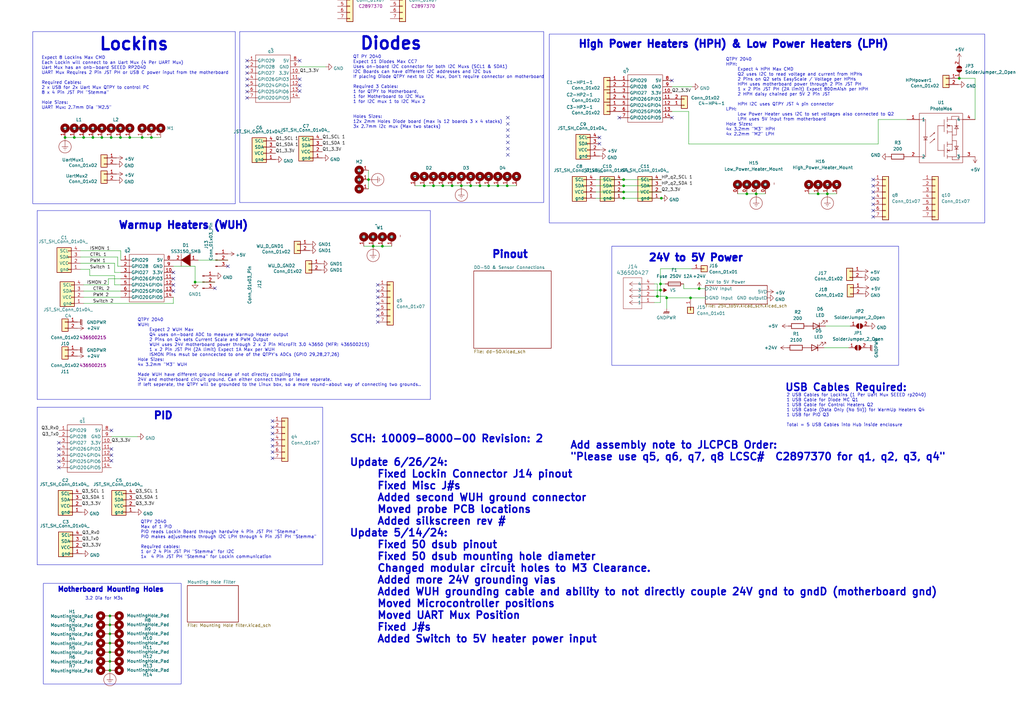
<source format=kicad_sch>
(kicad_sch (version 20231120) (generator "eeschema") (generator_version "8.0")
  (paper "A3")
  (junction (at 306.324 79.502))
  (junction (at 185.42 76.2))
  (junction (at 271.272 81.28))
  (junction (at 45.085 263.779))
  (junction (at 270.891 118.999))
  (junction (at 26.67 56.388))
  (junction (at 30.48 56.388))
  (junction (at 53.213 56.388))
  (junction (at 196.85 76.2))
  (junction (at 45.593 56.388))
  (junction (at 204.216 76.2))
  (junction (at 310.134 79.502))
  (junction (at 208.026 76.2))
  (junction (at 286.766 118.364))
  (junction (at 173.99 76.2))
  (junction (at 45.085 256.286))
  (junction (at 269.621 121.539))
  (junction (at 255.778 73.66))
  (junction (at 339.344 79.502))
  (junction (at 181.61 76.2))
  (junction (at 200.406 76.2))
  (junction (at 193.04 76.2))
  (junction (at 283.21 122.174))
  (junction (at 49.403 56.388))
  (junction (at 45.085 271.272))
  (junction (at 45.085 267.462))
  (junction (at 151.13 73.66))
  (junction (at 255.778 76.2))
  (junction (at 153.035 100.965))
  (junction (at 45.085 259.969))
  (junction (at 34.29 56.388))
  (junction (at 156.845 100.965))
  (junction (at 41.783 56.388))
  (junction (at 38.1 56.388))
  (junction (at 45.085 252.603))
  (junction (at 335.534 79.502))
  (junction (at 393.446 32.131))
  (junction (at 177.8 76.2))
  (junction (at 270.891 116.459))
  (junction (at 80.01 115.697))
  (junction (at 189.23 76.2))
  (junction (at 255.778 78.74))
  (junction (at 45.085 274.955))
  (junction (at 58.293 56.388))
  (junction (at 273.431 122.174))
  (junction (at 62.103 56.388))
  (junction (at 255.778 81.28))
  (no_connect (at 122.936 35.052))
  (no_connect (at 71.12 111.76))
  (no_connect (at 101.346 40.132))
  (no_connect (at 24.13 186.69))
  (no_connect (at 101.346 37.592))
  (no_connect (at 111.76 182.88))
  (no_connect (at 111.76 180.34))
  (no_connect (at 45.72 176.53))
  (no_connect (at 111.76 172.72))
  (no_connect (at 24.13 181.61))
  (no_connect (at 71.12 119.38))
  (no_connect (at 122.936 32.512))
  (no_connect (at 358.14 73.66))
  (no_connect (at 154.94 132.08))
  (no_connect (at 358.14 76.2))
  (no_connect (at 154.94 116.84))
  (no_connect (at 245.872 56.388))
  (no_connect (at 101.346 24.892))
  (no_connect (at 358.14 81.28))
  (no_connect (at 208.28 58.42))
  (no_connect (at 154.94 121.92))
  (no_connect (at 275.59 33.02))
  (no_connect (at 88.138 118.237))
  (no_connect (at 208.28 55.88))
  (no_connect (at 154.94 129.54))
  (no_connect (at 358.14 88.9))
  (no_connect (at 45.72 186.69))
  (no_connect (at 93.472 109.22))
  (no_connect (at 208.28 48.26))
  (no_connect (at 45.72 188.976))
  (no_connect (at 208.28 53.34))
  (no_connect (at 111.76 187.96))
  (no_connect (at 154.94 127))
  (no_connect (at 24.13 191.77))
  (no_connect (at 358.14 86.36))
  (no_connect (at 275.59 48.26))
  (no_connect (at 122.936 24.892))
  (no_connect (at 45.72 184.15))
  (no_connect (at 358.14 78.74))
  (no_connect (at 208.28 63.5))
  (no_connect (at 154.94 119.38))
  (no_connect (at 122.936 37.338))
  (no_connect (at 154.94 124.46))
  (no_connect (at 24.13 184.15))
  (no_connect (at 101.346 35.052))
  (no_connect (at 254 48.26))
  (no_connect (at 71.12 116.84))
  (no_connect (at 101.346 32.512))
  (no_connect (at 24.13 189.23))
  (no_connect (at 111.76 177.8))
  (no_connect (at 358.14 83.82))
  (no_connect (at 71.12 114.3))
  (no_connect (at 101.346 27.432))
  (no_connect (at 101.346 29.972))
  (no_connect (at 111.76 185.42))
  (no_connect (at 245.872 58.928))
  (no_connect (at 208.28 60.96))
  (no_connect (at 111.76 175.26))
  (no_connect (at 208.28 50.8))
  (wire (pts (xy 393.065 32.131) (xy 393.446 32.131)))
  (wire (pts (xy 49.53 116.84) (xy 46.99 116.84)))
  (wire (pts (xy 46.99 107.95) (xy 46.99 111.76)))
  (wire (pts (xy 273.431 122.174) (xy 283.21 122.174)))
  (wire (pts (xy 270.891 116.459) (xy 270.891 110.236)))
  (wire (pts (xy 255.778 73.66) (xy 271.272 73.66)))
  (wire (pts (xy 360.172 49.022) (xy 371.983 49.022)))
  (wire (pts (xy 189.23 76.2) (xy 193.04 76.2)))
  (wire (pts (xy 302.514 79.502) (xy 306.324 79.502)))
  (wire (pts (xy 270.891 116.459) (xy 270.891 118.999)))
  (wire (pts (xy 310.134 79.502) (xy 313.944 79.502)))
  (wire (pts (xy 153.035 100.965) (xy 156.845 100.965)))
  (wire (pts (xy 268.351 116.459) (xy 269.621 116.459)))
  (wire (pts (xy 270.891 116.459) (xy 272.796 116.459)))
  (wire (pts (xy 122.936 27.432) (xy 133.604 27.432)))
  (wire (pts (xy 177.8 76.2) (xy 181.61 76.2)))
  (wire (pts (xy 46.99 116.84) (xy 46.99 113.03)))
  (wire (pts (xy 49.403 56.388) (xy 45.593 56.388)))
  (wire (pts (xy 273.431 122.174) (xy 273.431 126.619)))
  (wire (pts (xy 273.431 122.174) (xy 273.431 121.539)))
  (wire (pts (xy 45.085 252.603) (xy 45.085 256.286)))
  (wire (pts (xy 255.778 76.2) (xy 271.272 76.2)))
  (wire (pts (xy 151.13 73.66) (xy 151.13 77.47)))
  (wire (pts (xy 34.29 56.388) (xy 38.1 56.388)))
  (wire (pts (xy 270.891 118.999) (xy 270.891 124.079)))
  (wire (pts (xy 283.21 122.174) (xy 289.306 122.174)))
  (wire (pts (xy 399.923 32.131) (xy 399.923 49.022)))
  (wire (pts (xy 45.085 259.969) (xy 45.085 263.779)))
  (wire (pts (xy 338.582 133.731) (xy 348.742 133.731)))
  (wire (pts (xy 34.29 124.46) (xy 71.12 124.46)))
  (wire (pts (xy 185.42 76.2) (xy 189.23 76.2)))
  (wire (pts (xy 80.01 109.22) (xy 80.01 115.697)))
  (wire (pts (xy 41.783 56.388) (xy 45.593 56.388)))
  (wire (pts (xy 45.085 271.272) (xy 45.085 274.955)))
  (wire (pts (xy 270.891 124.079) (xy 268.351 124.079)))
  (wire (pts (xy 80.01 115.697) (xy 88.138 115.697)))
  (wire (pts (xy 53.213 56.388) (xy 58.293 56.388)))
  (wire (pts (xy 204.216 76.2) (xy 208.026 76.2)))
  (wire (pts (xy 81.28 106.68) (xy 93.472 106.68)))
  (wire (pts (xy 337.947 142.621) (xy 348.107 142.621)))
  (wire (pts (xy 149.225 100.965) (xy 153.035 100.965)))
  (wire (pts (xy 282.448 45.72) (xy 282.448 59.055)))
  (wire (pts (xy 255.778 78.74) (xy 271.272 78.74)))
  (wire (pts (xy 33.02 102.87) (xy 49.53 102.87)))
  (wire (pts (xy 71.12 124.46) (xy 71.12 121.92)))
  (wire (pts (xy 36.83 113.03) (xy 36.83 110.49)))
  (wire (pts (xy 280.416 118.364) (xy 286.766 118.364)))
  (wire (pts (xy 46.99 113.03) (xy 36.83 113.03)))
  (wire (pts (xy 151.13 69.85) (xy 151.13 73.66)))
  (wire (pts (xy 393.446 32.131) (xy 399.923 32.131)))
  (wire (pts (xy 244.348 78.74) (xy 255.778 78.74)))
  (wire (pts (xy 360.172 59.055) (xy 360.172 49.022)))
  (wire (pts (xy 255.778 81.28) (xy 271.272 81.28)))
  (wire (pts (xy 38.1 56.388) (xy 41.783 56.388)))
  (wire (pts (xy 45.085 267.462) (xy 45.085 263.779)))
  (wire (pts (xy 269.621 116.459) (xy 269.621 121.539)))
  (wire (pts (xy 268.351 121.539) (xy 269.621 121.539)))
  (wire (pts (xy 44.45 114.3) (xy 49.53 114.3)))
  (wire (pts (xy 58.293 56.388) (xy 62.103 56.388)))
  (wire (pts (xy 48.26 109.22) (xy 49.53 109.22)))
  (wire (pts (xy 275.59 35.56) (xy 283.845 35.56)))
  (wire (pts (xy 282.448 59.055) (xy 360.172 59.055)))
  (wire (pts (xy 34.29 121.92) (xy 49.53 121.92)))
  (wire (pts (xy 181.61 76.2) (xy 185.42 76.2)))
  (wire (pts (xy 45.085 271.272) (xy 45.085 267.462)))
  (wire (pts (xy 33.02 107.95) (xy 46.99 107.95)))
  (wire (pts (xy 275.59 45.72) (xy 282.448 45.72)))
  (wire (pts (xy 244.348 73.66) (xy 255.778 73.66)))
  (wire (pts (xy 62.103 56.388) (xy 65.913 56.388)))
  (wire (pts (xy 26.67 56.388) (xy 30.48 56.388)))
  (wire (pts (xy 33.02 110.49) (xy 36.83 110.49)))
  (wire (pts (xy 244.348 81.28) (xy 255.778 81.28)))
  (wire (pts (xy 339.344 79.502) (xy 343.154 79.502)))
  (wire (pts (xy 244.348 76.2) (xy 255.778 76.2)))
  (wire (pts (xy 270.891 110.236) (xy 283.718 110.236)))
  (wire (pts (xy 44.45 114.3) (xy 44.45 116.84)))
  (wire (pts (xy 53.213 56.388) (xy 49.403 56.388)))
  (wire (pts (xy 269.621 121.539) (xy 273.431 121.539)))
  (wire (pts (xy 49.53 102.87) (xy 49.53 106.68)))
  (wire (pts (xy 48.26 105.41) (xy 48.26 109.22)))
  (wire (pts (xy 45.085 256.286) (xy 45.085 259.969)))
  (wire (pts (xy 335.534 79.502) (xy 339.344 79.502)))
  (wire (pts (xy 268.351 118.999) (xy 270.891 118.999)))
  (wire (pts (xy 156.845 100.965) (xy 160.655 100.965)))
  (wire (pts (xy 208.026 76.2) (xy 211.836 76.2)))
  (wire (pts (xy 331.724 79.502) (xy 335.534 79.502)))
  (wire (pts (xy 34.29 116.84) (xy 44.45 116.84)))
  (wire (pts (xy 196.85 76.2) (xy 200.406 76.2)))
  (wire (pts (xy 30.48 56.388) (xy 34.29 56.388)))
  (wire (pts (xy 173.99 76.2) (xy 177.8 76.2)))
  (wire (pts (xy 193.04 76.2) (xy 196.85 76.2)))
  (wire (pts (xy 286.766 118.364) (xy 289.306 118.364)))
  (wire (pts (xy 306.324 79.502) (xy 310.134 79.502)))
  (wire (pts (xy 200.406 76.2) (xy 204.216 76.2)))
  (wire (pts (xy 280.416 116.459) (xy 280.416 118.364)))
  (wire (pts (xy 71.12 109.22) (xy 80.01 109.22)))
  (wire (pts (xy 33.02 105.41) (xy 48.26 105.41)))
  (wire (pts (xy 34.29 119.38) (xy 49.53 119.38)))
  (wire (pts (xy 45.72 179.07) (xy 56.388 179.07)))
  (wire (pts (xy 46.99 111.76) (xy 49.53 111.76)))
  (wire (pts (xy 170.18 76.2) (xy 173.99 76.2)))
  (rectangle (start 17.78 239.268) (end 74.295 280.543))
  (rectangle (start 15.24 167.005) (end 132.334 231.648))
  (rectangle (start 98.298 12.954) (end 223.012 83.058))
  (rectangle (start 15.24 86.36) (end 176.53 163.83))
  (rectangle (start 250.952 100.965) (end 368.554 149.86))
  (rectangle (start 225.298 13.97) (end 403.86 91.44))
  (rectangle (start 13.462 12.954) (end 96.52 83.566))
  (text "High Power Heaters (HPH) & Low Power Heaters (LPH)\n\n\n" (at 236.982 29.591 0) (effects (font (size 3 3) (thickness 1) (bold yes)) (justify left bottom)))
  (text "24V to 5V Power" (at 265.811 107.569 0) (effects (font (size 3 3) (thickness 1) (bold yes)) (justify left bottom)))
  (text "QT PY 2040\nExpect 11 Diodes Max CC7\nUses on-board I2C connector for both I2C Muxs (SCL1 & SDA1)\nI2C Boards can have different I2C addresses and I2C bus\nIf placing Diode QTPY next to I2C Mux, Don't require connector on motherboard\n\nRequired 3 Cables: \n1 for QTPY to Motherboard, \n1 for Motherboard to I2C Mux\n1 for I2C mux 1 to I2C Mux 2\n\n\nHoles Sizes:\n12x 2mm Holes Diode board (max is 12 boards 3 x 4 stacks)\n3x 2.7mm i2c mux (Max two stacks)\n\n\n\n\n" (at 144.78 60.96 0) (effects (font (size 1.27 1.27)) (justify left bottom)))
  (text "Diodes" (at 147.32 20.828 0) (effects (font (size 5 5) (thickness 1) (bold yes)) (justify left bottom)))
  (text "Lockins\n" (at 40.386 21.082 0) (effects (font (size 5 5) (thickness 1) (bold yes)) (justify left bottom)))
  (text "Expect 8 Lockins Max CMD\nEach Lockin will connect to an Uart Mux (4 Per UART Mux)\nUart Mux has an onb-board SEEED RP2040\nUART Mux Requires 2 Pin JST PH or USB C power input from the motherboard\n\nRequired Cables:\n2 x USB for 2x Uart Mux QTPY to control PC\n8 x 4 Pin JST PH \"Stemma\"\n\nHole Sizes:\nUART Mux: 2.7mm Dia \"M2.5\"\n" (at 17.018 44.958 0) (effects (font (size 1.27 1.27)) (justify left bottom)))
  (text "Warmup Heaters (WUH)\n" (at 48.387 94.234 0) (effects (font (size 3 3) (thickness 1) (bold yes)) (justify left bottom)))
  (text "QTPY 2040\nHPH:\n	Expect 4 HPH Max CMD\n	Q2 uses I2C to read voltage and current from HPHs\n	2 Pins on Q2 sets EasyScale / Voltage per HPHs\n	HPH uses motherboard power through 2 Pin JST PH\n	1 x 2 Pin JST PH (2A limit) Expect 800mAish per HPH \n	2 HPH daisy chained per 5V 2 Pin JST\n\n	HPH I2C uses QTPY JST 4 pin connector\nLPH:\n	Low Power Heater uses I2C to set voltages also connected to Q2\n	LPH uses 5V input from motherboard\nHole Sizes:\n4x 3.2mm \"M3\" HPH\n4x 2.2mm \"M2\" LPH" (at 297.688 55.88 0) (effects (font (size 1.27 1.27)) (justify left bottom)))
  (text "Pinout" (at 201.549 106.172 0) (effects (font (size 3 3) (thickness 1) (bold yes)) (justify left bottom)))
  (text "PID" (at 62.738 172.339 0) (effects (font (size 3 3) (thickness 1) (bold yes)) (justify left bottom)))
  (text "QTPY 2040\nMax of 1 PID\nPIO reads Lockin Board through hardwire 4 Pin JST PH \"Stemma\"\nPIO makes adjustments through I2C LPH through 4 Pin JST PH \"Stemma\"\n\nRequired cables:\n1 or 2 4 Pin JST PH \"Stemma\" for I2C\n1x  4 Pin JST PH \"Stemma\" for Lockin communication " (at 57.658 229.235 0) (effects (font (size 1.27 1.27)) (justify left bottom)))
  (text "USB Cables Required:" (at 321.818 160.782 0) (effects (font (size 3 3) (thickness 0.6) (bold yes)) (justify left bottom)))
  (text "Motherboard Mounting Holes\n\n" (at 23.495 246.253 0) (effects (font (size 2 2) (thickness 0.6) (bold yes)) (justify left bottom)))
  (text "Add assembly note to JLCPCB Order:\n\"Please use q5, q6, q7, q8 LCSC#  C2897370 for q1, q2, q3, q4\"" (at 233.68 189.23 0) (effects (font (size 3 3) (thickness 0.6) (bold yes)) (justify left bottom)))
  (text "SCH: 10009-8000-00 Revision: 2\n\nUpdate 6/26/24:\n	Fixed Lockin Connector J14 pinout\n	Fixed Misc J#s\n	Added second WUH ground connector\n	Moved probe PCB locations\n	Added silkscreen rev #\nUpdate 5/14/24:\n	Fixed 50 dsub pinout\n	Fixed 50 dsub mounting hole diameter\n	Changed modular circuit holes to M3 Clearance.\n	Added more 24V grounding vias\n	Added WUH grounding cable and ability to not directly couple 24V gnd to gndD (motherboard gnd)\n	Moved Microcontroller positions\n	Moved UART Mux Position\n	Fixed J#s\n	Added Switch to 5V heater power input" (at 143.256 263.906 0) (effects (font (size 3 3) (thickness 0.6) (bold yes)) (justify left bottom)))
  (text "QTPY 2040\nWUH:\n	Expect 2 WUH Max\n	Q4 uses on-board ADC to measure Warmup Heater output\n	2 Pins on Q4 sets Current Scale and PWM Output\n	WUH uses 24V motherboard power through 2 x 2 Pin MicroFit 3.0 43650 (MFR: 436500215)\n	1 x 2 Pin JST PH (2A limit) Expect 1A Max per WUH \n	ISMON Pins msut be conncected to one of the QTPY's ADCs (GPIO 29,28,27,26)\nHole Sizes:\n4x 3.2mm \"M3\" WUH\n\nMade WUH have different ground incase of not directly coupling the \n24V and motherboard circuit ground. Can either connect them or leave seperate.\nIf left seperate, the QTPY will be grounded to the Linux box, so a more round-about way of connecting two grounds.." (at 56.388 158.623 0) (effects (font (size 1.27 1.27)) (justify left bottom)))
  (text "3.2 Dia for M3s" (at 34.925 246.253 0) (effects (font (size 1.27 1.27)) (justify left bottom)))
  (text "2 USB Cables for Lockins (1 Per Uart Mux SEEED rp2040)\n1 USB Cable for Diode MC Q1\n1 USB Cable for Control Heaters Q2 \n1 USB Cable (Data Only (No 5V)) for WarmUp Heaters Q4\n1 USB for PIO Q3\n\nTotal = 5 USB Cables into Hub inside enclosure " (at 322.58 175.133 0) (effects (font (size 1.27 1.27)) (justify left bottom)))
  (label "Switch 1" (at 36.83 110.49 0))
  (label "Q3_3.3V" (at 33.528 207.518 0))
  (label "Q1_3.3V" (at 132.207 62.23 0))
  (label "HP_q2_SDA 1" (at 271.272 76.2 0))
  (label "CTRL 1" (at 36.83 105.41 0))
  (label "Q3_Rx0" (at 24.13 176.53 180))
  (label "ISMON 1" (at 36.83 102.87 0))
  (label "CTRL 2" (at 38.1 119.38 0))
  (label "Q1_3.3V" (at 113.03 62.865 0))
  (label "Q1_3.3V" (at 122.936 29.972 0))
  (label "Q1_SDA 1" (at 132.207 59.69 0))
  (label "Q3_Tx0" (at 24.13 179.07 180))
  (label "Q2_3.3V" (at 271.272 78.74 0))
  (label "Switch 2" (at 38.1 124.46 0))
  (label "Q3_3.3V" (at 33.655 224.536 0))
  (label "PWM 2" (at 38.1 121.92 0))
  (label "PWM 1" (at 36.83 107.95 0))
  (label "Q2_3.3V" (at 275.59 38.1 0))
  (label "Q3_SDA 1" (at 55.499 204.978 0))
  (label "Q3_3.3V" (at 45.72 181.61 0))
  (label "Q1_SCL 1" (at 132.207 57.15 0))
  (label "Q3_SCL 1" (at 33.528 202.438 0))
  (label "ISMON 2" (at 35.56 116.84 0))
  (label "HP_q2_SCL 1" (at 271.272 73.66 0))
  (label "Q3_SCL 1" (at 55.499 202.438 0))
  (label "Q1_SDA 1" (at 113.03 60.325 0))
  (label "Q3_SDA 1" (at 33.528 204.978 0))
  (label "Q3_Tx0" (at 33.655 221.996 0))
  (label "Q1_SCL 1" (at 113.03 57.785 0))
  (label "Q3_Rx0" (at 33.655 219.456 0))
  (label "Q3_3.3V" (at 55.499 207.518 0))
  (symbol (lib_id "power:GND") (at 33.655 227.076 90) (unit 1)
    (property "Reference" "#PWR0119" (effects (hide yes)))
    (property "Value" "GND" (at 36.83 227.711 90) (effects (justify right)))
  )
  (symbol (lib_name "0_mb_library:Diode_Mount") (lib_id "0_mb_library:Diode_Mount") (at 200.406 72.39 0) (unit 1)
    (property "Reference" "D4" (at 206.121 68.8919 0))
    (property "Value" "~" (at 200.406 72.39 0))
    (property "Footprint" "0_Motherboard_v1:Diode_Board" (effects (hide yes)))
  )
  (symbol (lib_id "0_mb_library:Low_Power_Heater_Mount") (at 308.229 75.692 0) (unit 1)
    (property "Reference" "H15" (at 309.0862 66.802 0))
    (property "Value" "Low_Power_Heater_Mount" (at 309.0862 69.342 0))
    (property "Footprint" "0_Motherboard_v1:Low_Power_Heater_Board" (effects (hide yes)))
  )
  (symbol (lib_id "Mechanical:MountingHole_Pad") (at 42.545 267.462 90) (unit 1)
    (property "Reference" "H5" (at 29.591 265.684 90))
    (property "Value" "MountingHole_Pad" (at 29.464 267.589 90))
    (property "Footprint" "0_Motherboard_v1:Slot_Mounting_Hole" (effects (hide yes)))
  )
  (symbol (lib_id "power:+5V") (at 245.872 61.468 270) (unit 1)
    (property "Reference" "#PWR0103" (effects (hide yes)))
    (property "Value" "+5V" (at 249.047 61.9018 90) (effects (justify left)))
  )
  (symbol (lib_id "Connector_Generic:Conn_01x02") (at 248.92 33.02 0) (mirror y) (unit 1)
    (property "Reference" "C1-HP1-1" (at 237.744 33.782 0))
    (property "Value" "Conn_01x02" (at 240.284 36.068 0))
    (property "Footprint" "Connector_JST:JST_PH_B2B-PH-K_1x02_P2.00mm_Vertical" (effects (hide yes)))
    (property "LCSC" "C2683610" (effects (hide yes)))
  )
  (symbol (lib_id "power:+5V") (at 353.568 111.252 270) (unit 1)
    (property "Reference" "#PWR0129" (effects (hide yes)))
    (property "Value" "+5V" (at 356.743 111.6858 90) (effects (justify left)))
  )
  (symbol (lib_id "0_mb_library:i2c_mux") (at 147.32 73.66 90) (unit 1)
    (property "Reference" "M2" (at 147.32 66.3519 90))
    (property "Value" "~" (at 147.32 73.66 0))
    (property "Footprint" "0_Motherboard_v1:i2c_Mux" (effects (hide yes)))
  )
  (symbol (lib_id "Connector_Generic:Conn_01x07") (at 165.1 0 0) (unit 1)
    (property "Reference" "q6" (at 167.64 -2.54 0) (effects (justify left)))
    (property "Value" "Conn_01x07" (at 167.64 0 0) (effects (justify left)))
    (property "Footprint" "Connector_PinSocket_2.54mm:PinSocket_1x07_P2.54mm_Vertical" (effects (hide yes)))
    (property "LCSC" " C2897370" (at 167.64 2.54 0) (effects (justify left)))
  )
  (symbol (lib_id "power:GND") (at 47.752 73.914 90) (unit 1)
    (property "Reference" "#PWR0140" (effects (hide yes)))
    (property "Value" "GND" (at 50.927 74.549 90) (effects (justify right)))
  )
  (symbol (lib_id "power:+24V") (at 31.75 146.05 270) (unit 1)
    (property "Reference" "#PWR0115" (effects (hide yes)))
    (property "Value" "+24V" (at 35.56 146.05 90) (effects (justify left)))
  )
  (symbol (lib_id "power:GNDPWR") (at 355.727 142.621 90) (unit 1)
    (property "Reference" "#PWR0131" (effects (hide yes)))
    (property "Value" "GNDPWR" (at 359.41 142.748 0))
  )
  (symbol (lib_id "Device:R") (at 326.517 142.621 90) (unit 1)
    (property "Reference" "R1" (at 326.517 136.906 90))
    (property "Value" "2100" (at 326.517 139.446 90))
    (property "Footprint" "Resistor_SMD:R_0402_1005Metric" (effects (hide yes)))
    (property "LCSC" "C2998067" (effects (hide yes)))
  )
  (symbol (lib_id "power:GND") (at 133.604 27.432 90) (unit 1)
    (property "Reference" "#PWR0143" (effects (hide yes)))
    (property "Value" "GND" (at 136.779 28.067 90) (effects (justify right)))
  )
  (symbol (lib_id "power:+24V") (at 322.707 142.621 90) (unit 1)
    (property "Reference" "#PWR0134" (effects (hide yes)))
    (property "Value" "+24V" (at 318.77 142.621 90) (effects (justify left)))
  )
  (symbol (lib_id "power:+5V") (at 47.752 71.374 270) (unit 1)
    (property "Reference" "#PWR0139" (effects (hide yes)))
    (property "Value" "+5V" (at 50.927 71.8078 90) (effects (justify left)))
  )
  (symbol (lib_id "Connector_Generic:Conn_01x07") (at 383.54 81.28 0) (unit 1)
    (property "Reference" "q10" (at 386.08 80.01 0) (effects (justify left)))
    (property "Value" "Conn_01x07" (at 386.08 82.55 0) (effects (justify left)))
    (property "Footprint" "Connector_PinSocket_2.54mm:PinSocket_1x07_P2.54mm_Vertical" (effects (hide yes)))
    (property "LCSC" " C2897370" (effects (hide yes)))
  )
  (symbol (lib_id "power:GNDPWR") (at 273.431 126.619 0) (unit 1)
    (property "Reference" "#PWR0123" (effects (hide yes)))
    (property "Value" "GNDPWR" (at 273.304 130.302 0))
  )
  (symbol (lib_id "Jumper:SolderJumper_2_Open") (at 393.446 28.321 90) (unit 1)
    (property "Reference" "JP3" (at 395.732 27.051 90) (effects (justify right)))
    (property "Value" "SolderJumper_2_Open" (at 395.732 29.591 90) (effects (justify right)))
    (property "Footprint" "Jumper:SolderJumper-2_P1.3mm_Open_RoundedPad1.0x1.5mm" (effects (hide yes)))
  )
  (symbol (lib_id "0_mb_library:JST_SH_Conn_01x04_") (at 27.94 107.95 180) (unit 1)
    (property "Reference" "C1" (at 26.289 97.4557 0))
    (property "Value" "JST_SH_Conn_01x04_" (at 25.908 99.06 0))
    (property "Footprint" "Connector_JST:JST_SH_BM04B-SRSS-TB_1x04-1MP_P1.00mm_Vertical" (effects (hide yes)))
    (property "LCSC" "C160390" (effects (hide yes)))
    (property "MPN" "A1001WR-S" (effects (hide yes)))
  )
  (symbol (lib_id "power:Earth_Protective") (at 310.134 79.502 0) (unit 1)
    (property "Reference" "#PWR0110" (effects (hide yes)))
    (property "Value" "Earth_Protective" (effects (hide yes)))
  )
  (symbol (lib_id "Device:R") (at 368.173 64.262 90) (unit 1)
    (property "Reference" "R3" (at 368.173 58.547 90))
    (property "Value" "200" (at 368.173 61.087 90))
    (property "Footprint" "Resistor_SMD:R_0402_1005Metric" (effects (hide yes)))
    (property "LCSC" "C25087" (effects (hide yes)))
  )
  (symbol (lib_id "0_mb_library:JST_SH_Conn_01x04_") (at 250.698 78.74 180) (unit 1)
    (property "Reference" "C10" (at 249.047 68.2457 0))
    (property "Value" "JST_SH_Conn_01x04_" (at 248.666 69.85 0))
    (property "Footprint" "Connector_JST:JST_SH_BM04B-SRSS-TB_1x04-1MP_P1.00mm_Vertical" (effects (hide yes)))
    (property "LCSC" "C160390" (effects (hide yes)))
    (property "MPN" "A1001WR-S" (effects (hide yes)))
  )
  (symbol (lib_id "Mechanical:MountingHole_Pad") (at 47.625 259.969 270) (unit 1)
    (property "Reference" "H10" (at 60.579 261.747 90))
    (property "Value" "MountingHole_Pad" (at 60.706 259.842 90))
    (property "Footprint" "0_Motherboard_v1:Slot_Mounting_Hole" (effects (hide yes)))
  )
  (symbol (lib_id "Connector_Generic:Conn_01x02") (at 348.488 111.252 0) (mirror y) (unit 1)
    (property "Reference" "J17" (at 337.312 112.014 0))
    (property "Value" "Conn_01x02" (at 339.852 114.3 0))
    (property "Footprint" "Connector_JST:JST_PH_B2B-PH-K_1x02_P2.00mm_Vertical" (effects (hide yes)))
    (property "LCSC" "C2683610" (effects (hide yes)))
  )
  (symbol (lib_id "Connector_Generic:Conn_01x02") (at 121.92 100.203 0) (mirror y) (unit 1)
    (property "Reference" "WU_D_GND1" (at 110.744 100.965 0))
    (property "Value" "Conn_01x02" (at 113.284 103.251 0))
    (property "Footprint" "Connector_JST:JST_PH_B2B-PH-K_1x02_P2.00mm_Vertical" (effects (hide yes)))
    (property "LCSC" "C2683610" (effects (hide yes)))
  )
  (symbol (lib_id "power:+24V") (at 286.766 118.364 0) (unit 1)
    (property "Reference" "#PWR0133" (effects (hide yes)))
    (property "Value" "+24V" (at 286.766 113.284 0))
  )
  (symbol (lib_id "power:GND") (at 47.752 67.31 90) (unit 1)
    (property "Reference" "#PWR0137" (effects (hide yes)))
    (property "Value" "GND" (at 50.927 67.945 90) (effects (justify right)))
  )
  (symbol (lib_id "power:+5V") (at 393.446 24.511 0) (unit 1)
    (property "Reference" "#PWR0107" (effects (hide yes)))
    (property "Value" "+5V" (at 393.446 20.32 0))
  )
  (symbol (lib_id "power:+5V") (at 47.752 64.77 270) (unit 1)
    (property "Reference" "#PWR0138" (effects (hide yes)))
    (property "Value" "+5V" (at 50.927 65.2038 90) (effects (justify left)))
  )
  (symbol (lib_id "Mechanical:MountingHole_Pad") (at 47.625 252.603 270) (unit 1)
    (property "Reference" "H8" (at 60.579 254.381 90))
    (property "Value" "MountingHole_Pad" (at 60.706 252.476 90))
    (property "Footprint" "0_Motherboard_v1:Slot_Mounting_Hole" (effects (hide yes)))
  )
  (symbol (lib_id "0_mb_library:WarmUp_Heater_Mount") (at 154.305 92.075 0) (unit 1)
    (property "Reference" "W1" (at 155.7972 93.345 0))
    (property "Value" "~" (at 154.305 92.075 0))
    (property "Footprint" "0_Motherboard_v1:Warmup circuit" (effects (hide yes)))
  )
  (symbol (lib_id "Connector_Generic:Conn_01x01") (at 283.21 127.254 270) (unit 1)
    (property "Reference" "J15" (at 285.75 125.9839 90) (effects (justify left)))
    (property "Value" "Conn_01x01" (at 285.75 128.5239 90) (effects (justify left)))
    (property "Footprint" "0_Motherboard_v1:Test_Point_TH_BD3.2-D2.0" (effects (hide yes)))
    (property "LCSC" "C5199811" (effects (hide yes)))
  )
  (symbol (lib_id "Connector:Conn_01x03_Pin") (at 88.392 106.68 0) (unit 1)
    (property "Reference" "J13" (at 84.582 100.33 90))
    (property "Value" "Conn_01x03_Pin" (at 86.487 99.06 90))
    (property "Footprint" "Connector_PinHeader_2.54mm:PinHeader_1x03_P2.54mm_Vertical" (effects (hide yes)))
    (property "LCSC" "C2937625" (effects (hide yes)))
  )
  (symbol (lib_id "0_mb_library:High_Power_Heater_Mount") (at 337.439 75.692 0) (unit 1)
    (property "Reference" "H16" (at 334.391 66.167 0) (effects (justify left)))
    (property "Value" "High_Power_Heater_Mount" (at 337.439 68.707 0))
    (property "Footprint" "0_Motherboard_v1:HPH_Board" (effects (hide yes)))
  )
  (symbol (lib_id "power:GND1") (at 131.699 110.744 90) (unit 1)
    (property "Reference" "#PWR0150" (effects (hide yes)))
    (property "Value" "GND1" (at 135.255 110.744 90) (effects (justify right)))
  )
  (symbol (lib_id "Connector_Generic:Conn_01x02") (at 387.985 32.131 0) (mirror y) (unit 1)
    (property "Reference" "HPHpower1" (at 376.809 32.893 0))
    (property "Value" "Conn_01x02" (at 379.349 35.179 0))
    (property "Footprint" "Connector_JST:JST_PH_B2B-PH-K_1x02_P2.00mm_Vertical" (effects (hide yes)))
    (property "LCSC" "C2683610" (effects (hide yes)))
  )
  (symbol (lib_id "0_mb_library:JST_SH_Conn_01x04_") (at 50.419 207.518 180) (unit 1)
    (property "Reference" "C5" (at 48.768 197.0237 0))
    (property "Value" "JST_SH_Conn_01x04_" (at 48.387 198.628 0))
    (property "Footprint" "Connector_JST:JST_SH_BM04B-SRSS-TB_1x04-1MP_P1.00mm_Vertical" (effects (hide yes)))
    (property "LCSC" "C160390" (effects (hide yes)))
    (property "MPN" "A1001WR-S" (effects (hide yes)))
  )
  (symbol (lib_id "power:VS") (at 270.891 118.999 270) (unit 1)
    (property "Reference" "#PWR0124" (effects (hide yes)))
    (property "Value" "VS" (at 274.701 118.999 90) (effects (justify left)))
  )
  (symbol (lib_id "Connector_Generic:Conn_01x02") (at 26.67 143.51 0) (mirror y) (unit 1)
    (property "Reference" "J11" (at 26.67 152.4 0))
    (property "Value" "Conn_01x02" (at 26.67 149.86 0))
    (property "Footprint" "0_Motherboard_v1:CONN-TH_436500215" (effects (hide yes)))
    (property "LCSC" "C293740" (effects (hide yes)))
    (property "MFR" "436500215" (at 38.1 149.86 0))
  )
  (symbol (lib_id "0_mb_library:JST_SH_Conn_01x04_") (at 29.21 121.92 180) (unit 1)
    (property "Reference" "C4" (at 27.94 129.54 0))
    (property "Value" "JST_SH_Conn_01x04_" (at 27.94 127 0))
    (property "Footprint" "Connector_JST:JST_SH_BM04B-SRSS-TB_1x04-1MP_P1.00mm_Vertical" (effects (hide yes)))
    (property "LCSC" "C160390" (effects (hide yes)))
    (property "MPN" "A1001WR-S" (effects (hide yes)))
  )
  (symbol (lib_id "0_mb_library:JST_SH_Conn_01x04_") (at 239.268 78.74 180) (unit 1)
    (property "Reference" "C8" (at 237.617 68.2457 0))
    (property "Value" "JST_SH_Conn_01x04_" (at 237.236 69.85 0))
    (property "Footprint" "Connector_JST:JST_SH_BM04B-SRSS-TB_1x04-1MP_P1.00mm_Vertical" (effects (hide yes)))
    (property "LCSC" "C160390" (effects (hide yes)))
    (property "MPN" "A1001WR-S" (effects (hide yes)))
  )
  (symbol (lib_id "power:GND") (at 55.499 210.058 90) (unit 1)
    (property "Reference" "#PWR0121" (effects (hide yes)))
    (property "Value" "GND" (at 58.674 210.693 90) (effects (justify right)))
  )
  (symbol (lib_id "power:GND") (at 56.388 179.07 90) (unit 1)
    (property "Reference" "#PWR0113" (effects (hide yes)))
    (property "Value" "GND" (at 59.563 179.705 90) (effects (justify right)))
  )
  (symbol (lib_id "Jumper:SolderJumper_2_Open") (at 352.552 133.731 0) (unit 1)
    (property "Reference" "JP2" (at 352.552 127.635 0))
    (property "Value" "SolderJumper_2_Open" (at 352.552 130.175 0))
    (property "Footprint" "Jumper:SolderJumper-2_P1.3mm_Open_RoundedPad1.0x1.5mm" (effects (hide yes)))
  )
  (symbol (lib_id "0_mb_library:Microcontroller-qtpy") (at 52.07 104.14 0) (unit 1)
    (property "Reference" "q2" (at 52.2859 102.7501 0))
    (property "Value" "~" (at 52.705 101.6 0))
    (property "Footprint" "0_Motherboard_v1:Microcontroller-qtpy" (effects (hide yes)))
    (property "LCSC" "C2897370" (effects (hide yes)))
  )
  (symbol (lib_id "power:GND") (at 314.706 122.174 90) (unit 1)
    (property "Reference" "#PWR0126" (effects (hide yes)))
    (property "Value" "GND" (at 317.881 122.809 90) (effects (justify right)))
  )
  (symbol (lib_id "Mechanical:MountingHole_Pad") (at 47.625 263.779 270) (unit 1)
    (property "Reference" "H11" (at 60.579 265.557 90))
    (property "Value" "MountingHole_Pad" (at 60.706 263.652 90))
    (property "Footprint" "0_Motherboard_v1:Slot_Mounting_Hole" (effects (hide yes)))
  )
  (symbol (lib_id "power:+5V") (at 323.342 133.731 90) (unit 1)
    (property "Reference" "#PWR0135" (effects (hide yes)))
    (property "Value" "+5V" (at 319.024 133.731 90) (effects (justify left)))
  )
  (symbol (lib_id "Connector_Generic:Conn_01x02") (at 248.92 38.1 0) (mirror y) (unit 1)
    (property "Reference" "C2-HP2-1" (at 237.744 38.862 0))
    (property "Value" "Conn_01x02" (at 240.284 41.148 0))
    (property "Footprint" "Connector_JST:JST_PH_B2B-PH-K_1x02_P2.00mm_Vertical" (effects (hide yes)))
    (property "LCSC" "C2683610" (effects (hide yes)))
  )
  (symbol (lib_id "power:+5V") (at 93.472 104.14 270) (unit 1)
    (property "Reference" "#PWR0136" (effects (hide yes)))
    (property "Value" "+5V" (at 96.647 104.5738 90) (effects (justify left)))
  )
  (symbol (lib_id "Connector_Generic:Conn_01x01") (at 288.798 110.236 0) (unit 1)
    (property "Reference" "J16" (at 290.83 108.9659 0) (effects (justify left)))
    (property "Value" "Conn_01x01" (at 290.83 111.5059 0) (effects (justify left)))
    (property "Footprint" "0_Motherboard_v1:Test_Point_TH_BD3.2-D2.0" (effects (hide yes)))
    (property "LCSC" "C5277086" (effects (hide yes)))
  )
  (symbol (lib_id "Connector_Generic:Conn_01x02") (at 42.672 64.77 0) (mirror y) (unit 1)
    (property "Reference" "UartMux1" (at 29.972 65.532 0))
    (property "Value" "Conn_01x02" (at 34.036 67.818 0))
    (property "Footprint" "Connector_JST:JST_PH_B2B-PH-K_1x02_P2.00mm_Vertical" (effects (hide yes)))
    (property "LCSC" "C2683610" (effects (hide yes)))
  )
  (symbol (lib_id "0_mb_library:JST_SH_Conn_01x04_") (at 107.95 62.865 180) (unit 1)
    (property "Reference" "C6" (at 106.299 52.3707 0))
    (property "Value" "JST_SH_Conn_01x04_" (at 105.918 53.975 0))
    (property "Footprint" "Connector_JST:JST_SH_BM04B-SRSS-TB_1x04-1MP_P1.00mm_Vertical" (effects (hide yes)))
    (property "LCSC" "C160390" (effects (hide yes)))
    (property "MPN" "A1001WR-S" (effects (hide yes)))
  )
  (symbol (lib_id "power:GND") (at 356.362 133.731 90) (unit 1)
    (property "Reference" "#PWR0132" (effects (hide yes)))
    (property "Value" "GND" (at 359.537 134.366 90) (effects (justify right)))
  )
  (symbol (lib_id "Mechanical:MountingHole_Pad") (at 42.545 259.969 90) (unit 1)
    (property "Reference" "H3" (at 29.591 258.191 90))
    (property "Value" "MountingHole_Pad" (at 29.464 260.096 90))
    (property "Footprint" "0_Motherboard_v1:Slot_Mounting_Hole" (effects (hide yes)))
  )
  (symbol (lib_id "Device:Fuse") (at 276.606 116.459 90) (unit 1)
    (property "Reference" "F1" (at 276.606 110.744 90))
    (property "Value" "Fuse 250V 12A" (at 276.606 113.284 90))
    (property "Footprint" "0_Motherboard_v1:Fuse_holder" (effects (hide yes)))
    (property "LCSC" "C268204" (effects (hide yes)))
  )
  (symbol (lib_id "power:+5V") (at 399.923 64.262 180) (unit 1)
    (property "Reference" "#PWR0106" (effects (hide yes)))
    (property "Value" "+5V" (at 399.923 69.596 0))
  )
  (symbol (lib_name "0_mb_library:Diode_Mount") (lib_id "0_mb_library:Diode_Mount") (at 170.18 72.39 0) (unit 1)
    (property "Reference" "D2" (at 175.895 68.8919 0))
    (property "Value" "~" (at 170.18 72.39 0))
    (property "Footprint" "0_Motherboard_v1:Diode_Board" (effects (hide yes)))
  )
  (symbol (lib_id "power:GND1") (at 127 100.203 90) (unit 1)
    (property "Reference" "#PWR0147" (effects (hide yes)))
    (property "Value" "GND1" (at 130.556 100.203 90) (effects (justify right)))
  )
  (symbol (lib_id "0_mb_library:436500427") (at 268.351 124.079 180) (unit 1)
    (property "Reference" "J14" (at 259.461 109.347 0) (effects (font (size 1.524 1.524))))
    (property "Value" "436500427" (at 259.461 111.887 0) (effects (font (size 1.524 1.524))))
    (property "Footprint" "0_Motherboard_v1:CON_436500427_MOL" (effects (hide yes)))
    (property "Datasheet" "436500427" (effects (hide yes)))
  )
  (symbol (lib_id "Mechanical:MountingHole_Pad") (at 42.545 263.779 90) (unit 1)
    (property "Reference" "H4" (at 29.591 262.001 90))
    (property "Value" "MountingHole_Pad" (at 29.464 263.906 90))
    (property "Footprint" "0_Motherboard_v1:Slot_Mounting_Hole" (effects (hide yes)))
  )
  (symbol (lib_id "0_mb_library:JST_SH_Conn_01x04_") (at 28.575 224.536 180) (unit 1)
    (property "Reference" "C3" (at 26.924 214.0417 0))
    (property "Value" "JST_SH_Conn_01x04_" (at 26.543 215.646 0))
    (property "Footprint" "Connector_JST:JST_SH_BM04B-SRSS-TB_1x04-1MP_P1.00mm_Vertical" (effects (hide yes)))
    (property "LCSC" "C160390" (effects (hide yes)))
    (property "MPN" "A1001WR-S" (effects (hide yes)))
  )
  (symbol (lib_id "power:Earth_Protective") (at 45.085 274.955 0) (unit 1)
    (property "Reference" "#PWR0122" (effects (hide yes)))
    (property "Value" "Earth_Protective" (effects (hide yes)))
  )
  (symbol (lib_id "Device:LED") (at 334.772 133.731 180) (unit 1)
    (property "Reference" "D6" (at 336.3595 126.746 0))
    (property "Value" "LED" (at 336.3595 129.286 0))
    (property "Footprint" "LED_SMD:LED_0603_1608Metric_Pad1.05x0.95mm_HandSolder" (effects (hide yes)))
    (property "LCSC" "C965804" (effects (hide yes)))
  )
  (symbol (lib_id "power:GND1") (at 80.01 115.697 0) (unit 1)
    (property "Reference" "#PWR0112" (effects (hide yes)))
    (property "Value" "GND1" (at 80.01 120.65 0))
  )
  (symbol (lib_id "0_mb_library:JST_SH_Conn_01x04_") (at 127.127 62.23 180) (unit 1)
    (property "Reference" "C7" (at 125.476 51.7357 0))
    (property "Value" "JST_SH_Conn_01x04_" (at 125.095 53.34 0))
    (property "Footprint" "Connector_JST:JST_SH_BM04B-SRSS-TB_1x04-1MP_P1.00mm_Vertical" (effects (hide yes)))
    (property "LCSC" "C160390" (effects (hide yes)))
    (property "MPN" "A1001WR-S" (effects (hide yes)))
  )
  (symbol (lib_id "power:Earth_Protective") (at 151.13 73.66 90) (unit 1)
    (property "Reference" "#PWR0144" (effects (hide yes)))
    (property "Value" "Earth_Protective" (effects (hide yes)))
  )
  (symbol (lib_id "Mechanical:MountingHole_Pad") (at 42.545 256.286 90) (unit 1)
    (property "Reference" "H2" (at 29.591 254.508 90))
    (property "Value" "MountingHole_Pad" (at 29.464 256.413 90))
    (property "Footprint" "0_Motherboard_v1:Slot_Mounting_Hole" (effects (hide yes)))
  )
  (symbol (lib_id "Connector:Conn_01x03_Pin") (at 83.058 115.697 0) (unit 1)
    (property "Reference" "J12" (at 106.426 116.586 90))
    (property "Value" "Conn_01x03_Pin" (at 102.362 116.84 90))
    (property "Footprint" "Connector_PinHeader_2.54mm:PinHeader_1x03_P2.54mm_Vertical" (effects (hide yes)))
    (property "LCSC" "C2937625" (effects (hide yes)))
  )
  (symbol (lib_id "Connector_Generic:Conn_01x02") (at 348.742 117.983 0) (mirror y) (unit 1)
    (property "Reference" "J18" (at 337.566 118.745 0))
    (property "Value" "Conn_01x02" (at 340.106 121.031 0))
    (property "Footprint" "Connector_JST:JST_PH_B2B-PH-K_1x02_P2.00mm_Vertical" (effects (hide yes)))
    (property "LCSC" "C2683610" (effects (hide yes)))
  )
  (symbol (lib_id "0_mb_library:JST_SH_Conn_01x04_") (at 266.192 78.74 180) (unit 1)
    (property "Reference" "C11" (at 264.541 68.2457 0))
    (property "Value" "JST_SH_Conn_01x04_" (at 264.16 69.85 0))
    (property "Footprint" "Connector_JST:JST_SH_BM04B-SRSS-TB_1x04-1MP_P1.00mm_Vertical" (effects (hide yes)))
    (property "LCSC" "C160390" (effects (hide yes)))
    (property "MPN" "A1001WR-S" (effects (hide yes)))
  )
  (symbol (lib_id "power:GNDPWR") (at 31.75 132.08 90) (unit 1)
    (property "Reference" "#PWR0116" (effects (hide yes)))
    (property "Value" "GNDPWR" (at 35.56 132.207 90) (effects (justify right)))
  )
  (symbol (lib_id "Connector_Generic:Conn_01x02") (at 280.67 43.18 0) (mirror x) (unit 1)
    (property "Reference" "C4-HP4-1" (at 291.846 42.418 0))
    (property "Value" "Conn_01x02" (at 289.306 40.132 0))
    (property "Footprint" "Connector_JST:JST_PH_B2B-PH-K_1x02_P2.00mm_Vertical" (effects (hide yes)))
    (property "LCSC" "C2683610" (effects (hide yes)))
  )
  (symbol (lib_id "0_mb_library:Uart_Mux") (at 62.103 52.578 0) (unit 1)
    (property "Reference" "M1" (at 68.453 52.578 0) (effects (justify left)))
    (property "Value" "~" (at 62.103 52.578 0))
    (property "Footprint" "0_Motherboard_v1:Uart Mux" (effects (hide yes)))
  )
  (symbol (lib_id "power:GND") (at 132.207 64.77 90) (unit 1)
    (property "Reference" "#PWR0142" (effects (hide yes)))
    (property "Value" "GND" (at 135.382 65.405 90) (effects (justify right)))
  )
  (symbol (lib_name "0_mb_library:Diode_Mount") (lib_id "0_mb_library:Diode_Mount") (at 185.42 72.39 0) (unit 1)
    (property "Reference" "D3" (at 191.135 68.8919 0))
    (property "Value" "~" (at 185.42 72.39 0))
    (property "Footprint" "0_Motherboard_v1:Diode_Board" (effects (hide yes)))
  )
  (symbol (lib_id "power:+5V") (at 353.822 117.983 270) (unit 1)
    (property "Reference" "#PWR0127" (effects (hide yes)))
    (property "Value" "+5V" (at 356.997 118.4168 90) (effects (justify left)))
  )
  (symbol (lib_id "Connector_Generic:Conn_01x07") (at 160.02 124.46 0) (unit 1)
    (property "Reference" "q5" (at 162.56 123.19 0) (effects (justify left)))
    (property "Value" "Conn_01x07" (at 162.56 125.73 0) (effects (justify left)))
    (property "Footprint" "Connector_PinSocket_2.54mm:PinSocket_1x07_P2.54mm_Vertical" (effects (hide yes)))
    (property "LCSC" " C2897370" (effects (hide yes)))
  )
  (symbol (lib_id "0_mb_library:JST_SH_Conn_01x04_") (at 240.792 61.468 180) (unit 1)
    (property "Reference" "C9" (at 239.141 50.9737 0))
    (property "Value" "JST_SH_Conn_01x04_" (at 238.76 52.578 0))
    (property "Footprint" "Connector_JST:JST_SH_BM04B-SRSS-TB_1x04-1MP_P1.00mm_Vertical" (effects (hide yes)))
    (property "LCSC" "C160390" (effects (hide yes)))
    (property "MPN" "A1001WR-S" (effects (hide yes)))
  )
  (symbol (lib_id "Jumper:SolderJumper_2_Open") (at 351.917 142.621 0) (unit 1)
    (property "Reference" "JP1" (at 351.917 136.525 0))
    (property "Value" "SolderJumper_2_Open" (at 351.917 139.065 0))
    (property "Footprint" "Jumper:SolderJumper-2_P1.3mm_Open_RoundedPad1.0x1.5mm" (effects (hide yes)))
  )
  (symbol (lib_id "0_mb_library:Microcontroller-qtpy") (at 26.67 173.99 0) (unit 1)
    (property "Reference" "q1" (at 33.8455 172.6001 0))
    (property "Value" "~" (at 34.29 171.45 0))
    (property "Footprint" "0_Motherboard_v1:Microcontroller-qtpy" (effects (hide yes)))
    (property "LCSC" "C2897370" (effects (hide yes)))
  )
  (symbol (lib_id "power:GND") (at 113.03 65.405 90) (unit 1)
    (property "Reference" "#PWR0145" (effects (hide yes)))
    (property "Value" "GND" (at 116.205 66.04 90) (effects (justify right)))
  )
  (symbol (lib_id "Mechanical:MountingHole_Pad") (at 42.545 271.272 90) (unit 1)
    (property "Reference" "H6" (at 29.591 269.494 90))
    (property "Value" "MountingHole_Pad" (at 29.464 271.399 90))
    (property "Footprint" "0_Motherboard_v1:Slot_Mounting_Hole" (effects (hide yes)))
  )
  (symbol (lib_id "Connector_Generic:Conn_01x07") (at 116.84 180.34 0) (unit 1)
    (property "Reference" "q4" (at 119.38 179.07 0) (effects (justify left)))
    (property "Value" "Conn_01x07" (at 119.38 181.61 0) (effects (justify left)))
    (property "Footprint" "Connector_PinSocket_2.54mm:PinSocket_1x07_P2.54mm_Vertical" (effects (hide yes)))
    (property "LCSC" " C2897370" (effects (hide yes)))
  )
  (symbol (lib_id "power:Earth_Protective") (at 26.67 56.388 0) (unit 1)
    (property "Reference" "#PWR0141" (effects (hide yes)))
    (property "Value" "Earth_Protective" (effects (hide yes)))
  )
  (symbol (lib_id "Connector_Generic:Conn_01x02") (at 26.67 132.08 0) (mirror y) (unit 1)
    (property "Reference" "J10" (at 26.67 140.97 0))
    (property "Value" "Conn_01x02" (at 26.67 138.43 0))
    (property "Footprint" "0_Motherboard_v1:CONN-TH_436500215" (effects (hide yes)))
    (property "LCSC" "C293740" (effects (hide yes)))
    (property "MFR" "436500215" (at 38.1 138.43 0))
  )
  (symbol (lib_id "Mechanical:MountingHole_Pad") (at 42.545 274.955 90) (unit 1)
    (property "Reference" "H7" (at 29.591 273.177 90))
    (property "Value" "MountingHole_Pad" (at 29.464 275.082 90))
    (property "Footprint" "0_Motherboard_v1:Slot_Mounting_Hole" (effects (hide yes)))
  )
  (symbol (lib_id "0_mb_library:JST_SH_Conn_01x04_") (at 28.448 207.518 180) (unit 1)
    (property "Reference" "C2" (at 26.797 197.0237 0))
    (property "Value" "JST_SH_Conn_01x04_" (at 26.416 198.628 0))
    (property "Footprint" "Connector_JST:JST_SH_BM04B-SRSS-TB_1x04-1MP_P1.00mm_Vertical" (effects (hide yes)))
    (property "LCSC" "C160390" (effects (hide yes)))
    (property "MPN" "A1001WR-S" (effects (hide yes)))
  )
  (symbol (lib_id "power:GND") (at 271.272 81.28 90) (unit 1)
    (property "Reference" "#PWR0109" (effects (hide yes)))
    (property "Value" "GND" (at 274.447 81.915 90) (effects (justify right)))
  )
  (symbol (lib_id "power:GND") (at 364.363 64.262 270) (unit 1)
    (property "Reference" "#PWR0104" (effects (hide yes)))
    (property "Value" "GND" (at 361.188 63.627 90) (effects (justify right)))
  )
  (symbol (lib_name "0_mb_library:Lockin_Mount") (lib_id "0_mb_library:Lockin_Mount") (at 32.385 52.578 0) (unit 1)
    (property "Reference" "L1" (at 32.385 49.0799 0))
    (property "Value" "~" (at 32.385 52.578 0))
    (property "Footprint" "0_Motherboard_v1:Lockin_board" (effects (hide yes)))
  )
  (symbol (lib_id "power:+5V") (at 314.706 119.634 270) (unit 1)
    (property "Reference" "#PWR0125" (effects (hide yes)))
    (property "Value" "+5V" (at 317.881 120.0678 90) (effects (justify left)))
  )
  (symbol (lib_id "power:GND") (at 33.528 210.058 90) (unit 1)
    (property "Reference" "#PWR0120" (effects (hide yes)))
    (property "Value" "GND" (at 36.703 210.693 90) (effects (justify right)))
  )
  (symbol (lib_id "Mechanical:MountingHole_Pad") (at 47.625 267.462 270) (unit 1)
    (property "Reference" "H12" (at 60.579 269.24 90))
    (property "Value" "MountingHole_Pad" (at 60.706 267.335 90))
    (property "Footprint" "0_Motherboard_v1:Slot_Mounting_Hole" (effects (hide yes)))
  )
  (symbol (lib_id "Connector_Generic:Conn_01x07") (at 363.22 81.28 0) (unit 1)
    (property "Reference" "q8" (at 365.76 80.01 0) (effects (justify left)))
    (property "Value" "Conn_01x07" (at 365.76 82.55 0) (effects (justify left)))
    (property "Footprint" "Connector_PinSocket_2.54mm:PinSocket_1x07_P2.54mm_Vertical" (effects (hide yes)))
    (property "LCSC" " C2897370" (effects (hide yes)))
  )
  (symbol (lib_id "0_mb_library:Microcontroller-qtpy") (at 256.54 30.48 0) (unit 1)
    (property "Reference" "q7" (at 256.7559 29.0901 0))
    (property "Value" "~" (at 257.175 27.94 0))
    (property "Footprint" "0_Motherboard_v1:Microcontroller-qtpy" (effects (hide yes)))
    (property "LCSC" "C2897370" (effects (hide yes)))
  )
  (symbol (lib_id "power:GND") (at 353.822 120.523 90) (unit 1)
    (property "Reference" "#PWR0130" (effects (hide yes)))
    (property "Value" "GND" (at 356.997 121.158 90) (effects (justify right)))
  )
  (symbol (lib_id "power:GND1") (at 127 102.743 90) (unit 1)
    (property "Reference" "#PWR0148" (effects (hide yes)))
    (property "Value" "GND1" (at 130.556 102.743 90) (effects (justify right)))
  )
  (symbol (lib_id "power:GND") (at 88.138 113.157 90) (unit 1)
    (property "Reference" "#PWR0114" (effects (hide yes)))
    (property "Value" "GND" (at 91.313 113.792 90) (effects (justify right)))
  )
  (symbol (lib_id "Device:R") (at 327.152 133.731 90) (unit 1)
    (property "Reference" "R2" (at 327.152 128.016 90))
    (property "Value" "200" (at 327.152 130.556 90))
    (property "Footprint" "Resistor_SMD:R_0402_1005Metric" (effects (hide yes)))
    (property "LCSC" "C25087" (effects (hide yes)))
  )
  (symbol (lib_id "power:Earth_Protective") (at 189.23 76.2 0) (unit 1)
    (property "Reference" "#PWR0101" (effects (hide yes)))
    (property "Value" "Earth_Protective" (effects (hide yes)))
  )
  (symbol (lib_id "0_mb_library:Microcontroller-qtpy") (at 103.886 22.352 0) (unit 1)
    (property "Reference" "q3" (at 111.0615 20.9621 0))
    (property "Value" "~" (at 111.506 19.812 0))
    (property "Footprint" "0_Motherboard_v1:Microcontroller-qtpy" (effects (hide yes)))
    (property "LCSC" "C2897370" (effects (hide yes)))
  )
  (symbol (lib_name "0_mb_library:Lockin_Mount") (lib_id "0_mb_library:Lockin_Mount") (at 47.498 52.578 0) (unit 1)
    (property "Reference" "L2" (at 47.498 49.0799 0))
    (property "Value" "~" (at 47.498 52.578 0))
    (property "Footprint" "0_Motherboard_v1:Lockin_board" (effects (hide yes)))
  )
  (symbol (lib_id "Connector_Generic:Conn_01x02") (at 248.92 43.18 0) (mirror y) (unit 1)
    (property "Reference" "C3-HP3-1" (at 237.744 43.942 0))
    (property "Value" "Conn_01x02" (at 240.284 46.228 0))
    (property "Footprint" "Connector_JST:JST_PH_B2B-PH-K_1x02_P2.00mm_Vertical" (effects (hide yes)))
    (property "LCSC" "C2683610" (effects (hide yes)))
  )
  (symbol (lib_id "pspice:DIODE") (at 76.2 106.68 180) (unit 1)
    (property "Reference" "D1" (at 76.2 100.5672 0))
    (property "Value" "SS3150_SMB" (at 76.2 103.1041 0))
    (property "Footprint" "0_Motherboard_v1:SMB_L4.6-W3.6-LS5.3-RD" (effects (hide yes)))
    (property "LCSC" "C47124" (effects (hide yes)))
  )
  (symbol (lib_id "Connector_Generic:Conn_01x02") (at 42.672 71.374 0) (mirror y) (unit 1)
    (property "Reference" "UartMux2" (at 31.496 72.136 0))
    (property "Value" "Conn_01x02" (at 34.036 74.422 0))
    (property "Footprint" "Connector_JST:JST_PH_B2B-PH-K_1x02_P2.00mm_Vertical" (effects (hide yes)))
    (property "LCSC" "C2683610" (effects (hide yes)))
  )
  (symbol (lib_id "power:Earth_Protective") (at 153.035 100.965 0) (unit 1)
    (property "Reference" "#PWR0146" (effects (hide yes)))
    (property "Value" "Earth_Protective" (effects (hide yes)))
  )
  (symbol (lib_id "Mechanical:MountingHole_Pad") (at 47.625 274.955 270) (unit 1)
    (property "Reference" "H14" (at 60.579 276.733 90))
    (property "Value" "MountingHole_Pad" (at 60.706 274.828 90))
    (property "Footprint" "0_Motherboard_v1:Slot_Mounting_Hole" (effects (hide yes)))
  )
  (symbol (lib_id "Mechanical:MountingHole_Pad") (at 47.625 271.272 270) (unit 1)
    (property "Reference" "H13" (at 60.579 273.05 90))
    (property "Value" "MountingHole_Pad" (at 60.706 271.145 90))
    (property "Footprint" "0_Motherboard_v1:Slot_Mounting_Hole" (effects (hide yes)))
  )
  (symbol (lib_id "power:GND1") (at 131.699 108.204 90) (unit 1)
    (property "Reference" "#PWR0149" (effects (hide yes)))
    (property "Value" "GND1" (at 135.255 108.204 90) (effects (justify right)))
  )
  (symbol (lib_id "power:GNDPWR") (at 31.75 143.51 90) (unit 1)
    (property "Reference" "#PWR0117" (effects (hide yes)))
    (property "Value" "GNDPWR" (at 35.56 143.637 90) (effects (justify right)))
  )
  (symbol (lib_id "0_mb_library:PhotoMos") (at 384.683 56.642 0) (unit 1)
    (property "Reference" "U1" (at 385.953 42.037 0))
    (property "Value" "PhotoMos" (at 385.953 44.577 0))
    (property "Footprint" "0_Motherboard_v1:HPH_Switch_SOP-4_L4.4-W4.3-P2.54-LS6.8-BL" (effects (hide yes)))
    (property "Datasheet" "https://www.lcsc.com/datasheet/lcsc_datasheet_1807271120_TOSHIBA-TLP240A-TP1-F_C146360.pdf" (effects (hide yes)))
    (property "LCSC" "C2691608" (effects (hide yes)))
  )
  (symbol (lib_id "Mechanical:MountingHole_Pad") (at 42.545 252.603 90) (unit 1)
    (property "Reference" "H1" (at 29.591 250.825 90))
    (property "Value" "MountingHole_Pad" (at 29.464 252.73 90))
    (property "Footprint" "0_Motherboard_v1:Slot_Mounting_Hole" (effects (hide yes)))
  )
  (symbol (lib_id "Mechanical:MountingHole_Pad") (at 47.625 256.286 270) (unit 1)
    (property "Reference" "H9" (at 60.579 258.064 90))
    (property "Value" "MountingHole_Pad" (at 60.706 256.159 90))
    (property "Footprint" "0_Motherboard_v1:Slot_Mounting_Hole" (effects (hide yes)))
  )
  (symbol (lib_id "power:Earth_Protective") (at 339.344 79.502 0) (unit 1)
    (property "Reference" "#PWR0108" (effects (hide yes)))
    (property "Value" "Earth_Protective" (effects (hide yes)))
  )
  (symbol (lib_id "power:GND") (at 283.845 35.56 90) (unit 1)
    (property "Reference" "#PWR0111" (effects (hide yes)))
    (property "Value" "GND" (at 287.02 36.195 90) (effects (justify right)))
  )
  (symbol (lib_id "Connector_Generic:Conn_01x07") (at 143.51 0 0) (unit 1)
    (property "Reference" "q9" (at 146.05 -2.5401 0) (effects (justify left)))
    (property "Value" "Conn_01x07" (at 146.05 -0.0001 0) (effects (justify left)))
    (property "Footprint" "Connector_PinSocket_2.54mm:PinSocket_1x07_P2.54mm_Vertical" (effects (hide yes)))
    (property "LCSC" " C2897370" (at 146.05 2.5399 0) (effects (justify left)))
  )
  (symbol (lib_id "power:GND") (at 353.568 113.792 90) (unit 1)
    (property "Reference" "#PWR0128" (effects (hide yes)))
    (property "Value" "GND" (at 356.743 114.427 90) (effects (justify right)))
  )
  (symbol (lib_id "Connector_Generic:Conn_01x02") (at 126.619 108.204 0) (mirror y) (unit 1)
    (property "Reference" "WU_D_GND2" (at 115.443 108.966 0))
    (property "Value" "Conn_01x02" (at 117.983 111.252 0))
    (property "Footprint" "Connector_JST:JST_PH_B2B-PH-K_1x02_P2.00mm_Vertical" (effects (hide yes)))
    (property "LCSC" "C2683610" (effects (hide yes)))
  )
  (symbol (lib_id "Device:LED") (at 334.137 142.621 180) (unit 1)
    (property "Reference" "D5" (at 335.7245 135.636 0))
    (property "Value" "LED" (at 335.7245 138.176 0))
    (property "Footprint" "LED_SMD:LED_0603_1608Metric_Pad1.05x0.95mm_HandSolder" (effects (hide yes)))
    (property "LCSC" "C965804" (effects (hide yes)))
  )
  (symbol (lib_id "power:GND") (at 393.065 34.671 90) (unit 1)
    (property "Reference" "#PWR0105" (effects (hide yes)))
    (property "Value" "GND" (at 396.24 35.306 90) (effects (justify right)))
  )
  (symbol (lib_id "power:+24V") (at 31.75 134.62 270) (unit 1)
    (property "Reference" "#PWR0118" (effects (hide yes)))
    (property "Value" "+24V" (at 35.56 134.62 90) (effects (justify left)))
  )
  (symbol (lib_id "power:GND") (at 245.872 64.008 90) (unit 1)
    (property "Reference" "#PWR0102" (effects (hide yes)))
    (property "Value" "GND" (at 249.047 64.643 90) (effects (justify right)))
  )
  (sheet (at 76.835 240.157) (size 20.955 14.986) (stroke (width 0.1524))
    (property "Sheetname" "Mounting Hole Filter" (at 76.835 239.4454 0) (effects (justify left bottom)))
    (property "Sheetfile" "Mounting Hole filter.kicad_sch" (at 76.835 255.7276 0) (effects (justify left top)))
  )
  (sheet (at 194.31 111.125) (size 31.75 31.75) (stroke (width 0.1524))
    (property "Sheetname" "DD-50 & Sensor Connections" (at 194.31 110.4134 0) (effects (justify left bottom)))
    (property "Sheetfile" "dd-50.kicad_sch" (at 194.31 143.4596 0) (effects (justify left top)))
  )
  (sheet (at 289.306 117.094) (size 25.4 7.62) (stroke (width 0.1524))
    (property "Sheetname" "24V to 5V Power" (at 289.306 116.3824 0) (effects (justify left bottom)))
    (property "Sheetfile" "25V_to5V.kicad_sch.kicad_sch" (at 289.306 124.6636 0) (effects (justify left top)))
    (pin "5V" output (at 314.706 119.634 0))
    (pin "GND output" output (at 314.706 122.174 0))
    (pin "GND Input" input (at 289.306 122.174 180))
    (pin "24V Input" input (at 289.306 118.364 180))
  )
)
</source>
